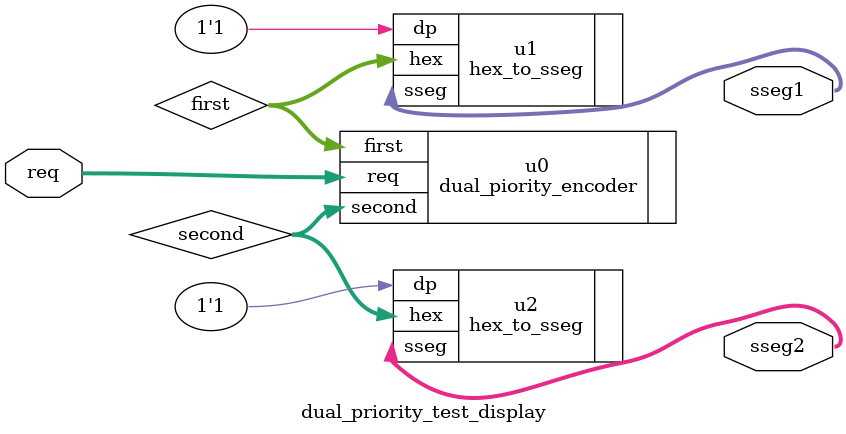
<source format=v>
module dual_priority_test_display(
    input wire [11:0] req,
    output wire [7:0] sseg1,   // first için
    output wire [7:0] sseg2    // second için
);

    wire [3:0] first, second;

    // Priority encoder
    dual_piority_encoder u0 (
        .req(req),
        .first(first),
        .second(second)
    );

    // First değeri 7 segment'e çevir
    hex_to_sseg u1 (
        .hex(first),
        .dp(1'b1),          // nokta kapalı
        .sseg(sseg1)
    );

    // Second değeri 7 segment'e çevir
    hex_to_sseg u2 (
        .hex(second),
        .dp(1'b1),
        .sseg(sseg2)
    );

endmodule

</source>
